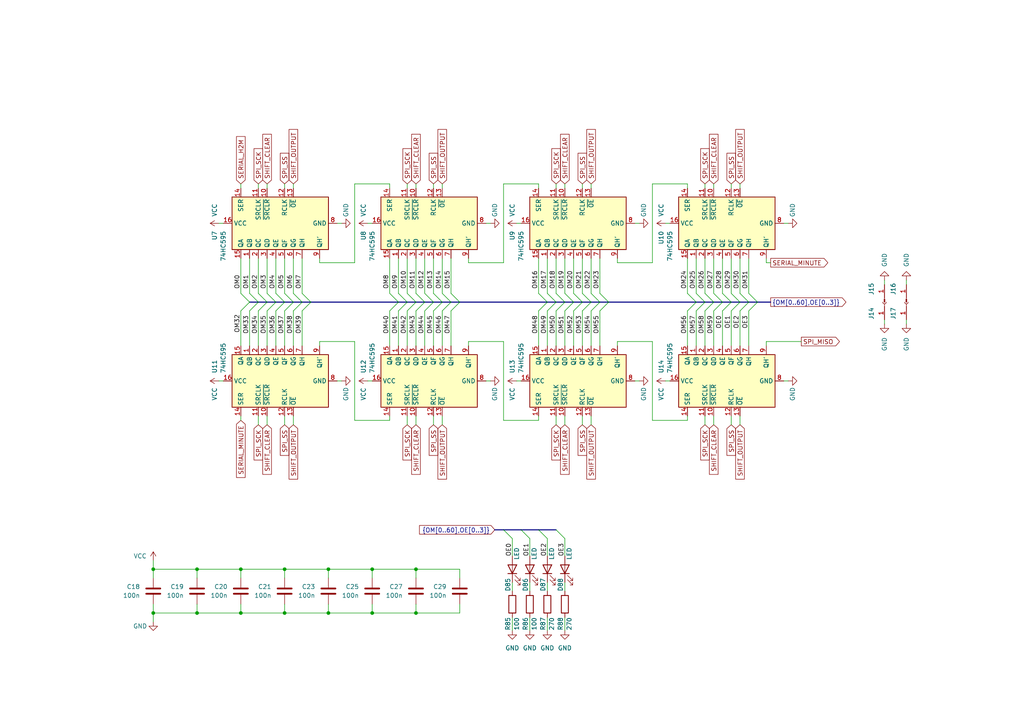
<source format=kicad_sch>
(kicad_sch (version 20230121) (generator eeschema)
  (paper "A4")
  (title_block (title "${acronym} - ${title}") (date "${date}") (rev "${revision}") (company "${company}") (comment 1 "${creator}") (comment 2 "${license}"))
  (lib_symbols
    (symbol "74xx:74HC595"
      (property "Reference" "U" (at -7.62 13.97 0))
      (property "Value" "74HC595" (at -7.62 -16.51 0))
      (symbol "74HC595_1_0"
        (pin tri_state line (at 10.16 7.62 180) (length 2.54) (name "QB") (number "1"))
        (pin input line (at -10.16 2.54 0) (length 2.54) (name "~{SRCLR}") (number "10"))
        (pin input line (at -10.16 5.08 0) (length 2.54) (name "SRCLK") (number "11"))
        (pin input line (at -10.16 -2.54 0) (length 2.54) (name "RCLK") (number "12"))
        (pin input line (at -10.16 -5.08 0) (length 2.54) (name "~{OE}") (number "13"))
        (pin input line (at -10.16 10.16 0) (length 2.54) (name "SER") (number "14"))
        (pin tri_state line (at 10.16 10.16 180) (length 2.54) (name "QA") (number "15"))
        (pin power_in line (at 0 15.24 270) (length 2.54) (name "VCC") (number "16"))
        (pin tri_state line (at 10.16 5.08 180) (length 2.54) (name "QC") (number "2"))
        (pin tri_state line (at 10.16 2.54 180) (length 2.54) (name "QD") (number "3"))
        (pin tri_state line (at 10.16 0 180) (length 2.54) (name "QE") (number "4"))
        (pin tri_state line (at 10.16 -2.54 180) (length 2.54) (name "QF") (number "5"))
        (pin tri_state line (at 10.16 -5.08 180) (length 2.54) (name "QG") (number "6"))
        (pin tri_state line (at 10.16 -7.62 180) (length 2.54) (name "QH") (number "7"))
        (pin power_in line (at 0 -17.78 90) (length 2.54) (name "GND") (number "8"))
        (pin output line (at 10.16 -12.7 180) (length 2.54) (name "QH'") (number "9"))
      )
      (symbol "74HC595_1_1"
        (rectangle (start -7.62 12.7) (end 7.62 -15.24) (stroke (width 0.254)) (fill (type background)))
      )
    )
    (symbol "Connector:Conn_01x01_Pin" (pin_names (offset 1.016) hide)
      (property "Reference" "J" (at 0 2.54 0))
      (property "Value" "Conn_01x01_Pin" (at 0 -2.54 0))
      (symbol "Conn_01x01_Pin_1_1"
        (polyline (pts (xy 1.27 0) (xy 0.8636 0)) (stroke (width 0.1524)))
        (rectangle (start 0.8636 0.127) (end 0 -0.127) (stroke (width 0.1524)) (fill (type outline)))
        (pin passive line (at 5.08 0 180) (length 3.81) (name "Pin_1") (number "1"))
      )
    )
    (symbol "Connector:Conn_01x01_Socket" (pin_names (offset 1.016) hide)
      (property "Reference" "J" (at 0 2.54 0))
      (property "Value" "Conn_01x01_Socket" (at 0 -2.54 0))
      (symbol "Conn_01x01_Socket_1_1"
        (polyline (pts (xy -1.27 0) (xy -0.508 0)) (stroke (width 0.1524)))
        (arc (start 0 0.508) (mid -0.5058 0) (end 0 -0.508) (stroke (width 0.1524)))
        (pin passive line (at -5.08 0 0) (length 3.81) (name "Pin_1") (number "1"))
      )
    )
    (symbol "Device:C" (pin_numbers hide) (pin_names (offset 0.254))
      (property "Reference" "C" (at 0.635 2.54 0))
      (property "Value" "C" (at 0.635 -2.54 0))
      (symbol "C_0_1"
        (polyline (pts (xy -2.032 -0.762) (xy 2.032 -0.762)) (stroke (width 0.508)))
        (polyline (pts (xy -2.032 0.762) (xy 2.032 0.762)) (stroke (width 0.508)))
      )
      (symbol "C_1_1"
        (pin passive line (at 0 3.81 270) (length 2.794) (name "~") (number "1"))
        (pin passive line (at 0 -3.81 90) (length 2.794) (name "~") (number "2"))
      )
    )
    (symbol "Device:LED" (pin_numbers hide) (pin_names (offset 1.016) hide)
      (property "Reference" "D" (at 0 2.54 0))
      (property "Value" "LED" (at 0 -2.54 0))
      (symbol "LED_0_1"
        (polyline (pts (xy -1.27 -1.27) (xy -1.27 1.27)) (stroke (width 0.254)))
        (polyline (pts (xy -1.27 0) (xy 1.27 0)))
        (polyline (pts (xy 1.27 -1.27) (xy 1.27 1.27) (xy -1.27 0) (xy 1.27 -1.27)) (stroke (width 0.254)))
        (polyline (pts (xy -3.048 -0.762) (xy -4.572 -2.286) (xy -3.81 -2.286) (xy -4.572 -2.286) (xy -4.572 -1.524)))
        (polyline (pts (xy -1.778 -0.762) (xy -3.302 -2.286) (xy -2.54 -2.286) (xy -3.302 -2.286) (xy -3.302 -1.524)))
      )
      (symbol "LED_1_1"
        (pin passive line (at -3.81 0 0) (length 2.54) (name "K") (number "1"))
        (pin passive line (at 3.81 0 180) (length 2.54) (name "A") (number "2"))
      )
    )
    (symbol "Device:R" (pin_numbers hide) (pin_names (offset 0))
      (property "Reference" "R" (at 2.032 0 90))
      (property "Value" "R" (at 0 0 90))
      (symbol "R_0_1"
        (rectangle (start -1.016 -2.54) (end 1.016 2.54) (stroke (width 0.254)))
      )
      (symbol "R_1_1"
        (pin passive line (at 0 3.81 270) (length 1.27) (name "~") (number "1"))
        (pin passive line (at 0 -3.81 90) (length 1.27) (name "~") (number "2"))
      )
    )
    (symbol "power:GND" (power) (pin_names (offset 0))
      (property "Value" "GND" (at 0 -3.81 0))
      (symbol "GND_0_1"
        (polyline (pts (xy 0 0) (xy 0 -1.27) (xy 1.27 -1.27) (xy 0 -2.54) (xy -1.27 -1.27) (xy 0 -1.27)))
      )
      (symbol "GND_1_1"
        (pin power_in line (at 0 0 270) (length 0) hide (name "GND") (number "1"))
      )
    )
    (symbol "power:VCC" (power) (pin_names (offset 0))
      (property "Value" "VCC" (at 0 3.81 0))
      (symbol "VCC_0_1"
        (polyline (pts (xy -0.762 1.27) (xy 0 2.54)))
        (polyline (pts (xy 0 0) (xy 0 2.54)))
        (polyline (pts (xy 0 2.54) (xy 0.762 1.27)))
      )
      (symbol "VCC_1_1"
        (pin power_in line (at 0 0 90) (length 0) hide (name "VCC") (number "1"))
      )
    )
  )
  (junction (at 95.25 165.1))
  (junction (at 120.65 177.8))
  (junction (at 82.55 165.1))
  (junction (at 44.45 165.1))
  (junction (at 107.95 177.8))
  (junction (at 69.85 177.8))
  (junction (at 69.85 165.1))
  (junction (at 107.95 165.1))
  (junction (at 82.55 177.8))
  (junction (at 120.65 165.1))
  (junction (at 57.15 177.8))
  (junction (at 57.15 165.1))
  (junction (at 95.25 177.8))
  (junction (at 44.45 177.8))
  (bus_entry (at 199.39 85.09) (size 2.54 2.54))
  (bus_entry (at 161.29 90.17) (size 2.54 -2.54))
  (bus_entry (at 72.39 90.17) (size 2.54 -2.54))
  (bus_entry (at 80.01 90.17) (size 2.54 -2.54))
  (bus_entry (at 130.81 90.17) (size 2.54 -2.54))
  (bus_entry (at 171.45 90.17) (size 2.54 -2.54))
  (bus_entry (at 123.19 90.17) (size 2.54 -2.54))
  (bus_entry (at 158.75 85.09) (size 2.54 2.54))
  (bus_entry (at 168.91 85.09) (size 2.54 2.54))
  (bus_entry (at 156.21 90.17) (size 2.54 -2.54))
  (bus_entry (at 120.65 90.17) (size 2.54 -2.54))
  (bus_entry (at 207.01 90.17) (size 2.54 -2.54))
  (bus_entry (at 118.11 90.17) (size 2.54 -2.54))
  (bus_entry (at 118.11 85.09) (size 2.54 2.54))
  (bus_entry (at 115.57 90.17) (size 2.54 -2.54))
  (bus_entry (at 72.39 85.09) (size 2.54 2.54))
  (bus_entry (at 125.73 85.09) (size 2.54 2.54))
  (bus_entry (at 130.81 85.09) (size 2.54 2.54))
  (bus_entry (at 201.93 90.17) (size 2.54 -2.54))
  (bus_entry (at 125.73 90.17) (size 2.54 -2.54))
  (bus_entry (at 209.55 85.09) (size 2.54 2.54))
  (bus_entry (at 85.09 85.09) (size 2.54 2.54))
  (bus_entry (at 153.67 156.21) (size -2.54 -2.54))
  (bus_entry (at 113.03 85.09) (size 2.54 2.54))
  (bus_entry (at 161.29 85.09) (size 2.54 2.54))
  (bus_entry (at 82.55 90.17) (size 2.54 -2.54))
  (bus_entry (at 82.55 85.09) (size 2.54 2.54))
  (bus_entry (at 74.93 90.17) (size 2.54 -2.54))
  (bus_entry (at 199.39 90.17) (size 2.54 -2.54))
  (bus_entry (at 74.93 85.09) (size 2.54 2.54))
  (bus_entry (at 77.47 90.17) (size 2.54 -2.54))
  (bus_entry (at 173.99 90.17) (size 2.54 -2.54))
  (bus_entry (at 113.03 90.17) (size 2.54 -2.54))
  (bus_entry (at 217.17 85.09) (size 2.54 2.54))
  (bus_entry (at 156.21 85.09) (size 2.54 2.54))
  (bus_entry (at 163.83 90.17) (size 2.54 -2.54))
  (bus_entry (at 201.93 85.09) (size 2.54 2.54))
  (bus_entry (at 209.55 90.17) (size 2.54 -2.54))
  (bus_entry (at 77.47 85.09) (size 2.54 2.54))
  (bus_entry (at 204.47 85.09) (size 2.54 2.54))
  (bus_entry (at 214.63 90.17) (size 2.54 -2.54))
  (bus_entry (at 166.37 90.17) (size 2.54 -2.54))
  (bus_entry (at 87.63 90.17) (size 2.54 -2.54))
  (bus_entry (at 168.91 90.17) (size 2.54 -2.54))
  (bus_entry (at 163.83 156.21) (size -2.54 -2.54))
  (bus_entry (at 212.09 85.09) (size 2.54 2.54))
  (bus_entry (at 87.63 85.09) (size 2.54 2.54))
  (bus_entry (at 204.47 90.17) (size 2.54 -2.54))
  (bus_entry (at 120.65 85.09) (size 2.54 2.54))
  (bus_entry (at 166.37 85.09) (size 2.54 2.54))
  (bus_entry (at 123.19 85.09) (size 2.54 2.54))
  (bus_entry (at 173.99 85.09) (size 2.54 2.54))
  (bus_entry (at 128.27 85.09) (size 2.54 2.54))
  (bus_entry (at 212.09 90.17) (size 2.54 -2.54))
  (bus_entry (at 163.83 85.09) (size 2.54 2.54))
  (bus_entry (at 69.85 85.09) (size 2.54 2.54))
  (bus_entry (at 171.45 85.09) (size 2.54 2.54))
  (bus_entry (at 115.57 85.09) (size 2.54 2.54))
  (bus_entry (at 217.17 90.17) (size 2.54 -2.54))
  (bus_entry (at 80.01 85.09) (size 2.54 2.54))
  (bus_entry (at 207.01 85.09) (size 2.54 2.54))
  (bus_entry (at 85.09 90.17) (size 2.54 -2.54))
  (bus_entry (at 158.75 90.17) (size 2.54 -2.54))
  (bus_entry (at 214.63 85.09) (size 2.54 2.54))
  (bus_entry (at 128.27 90.17) (size 2.54 -2.54))
  (bus_entry (at 148.59 156.21) (size -2.54 -2.54))
  (bus_entry (at 158.75 156.21) (size -2.54 -2.54))
  (bus_entry (at 69.85 90.17) (size 2.54 -2.54))
  (wire (pts (xy 113.03 53.34) (xy 113.03 54.61)))
  (wire (pts (xy 82.55 123.19) (xy 82.55 120.65)))
  (wire (pts (xy 107.95 175.26) (xy 107.95 177.8)))
  (wire (pts (xy 44.45 165.1) (xy 44.45 167.64)))
  (wire (pts (xy 153.67 168.91) (xy 153.67 171.45)))
  (wire (pts (xy 123.19 90.17) (xy 123.19 100.33)))
  (wire (pts (xy 199.39 90.17) (xy 199.39 100.33)))
  (wire (pts (xy 171.45 53.34) (xy 171.45 54.61)))
  (wire (pts (xy 77.47 90.17) (xy 77.47 100.33)))
  (wire (pts (xy 107.95 165.1) (xy 107.95 167.64)))
  (wire (pts (xy 102.87 99.06) (xy 102.87 121.92)))
  (bus (pts (xy 143.51 153.67) (xy 146.05 153.67)))
  (wire (pts (xy 120.65 123.19) (xy 120.65 120.65)))
  (wire (pts (xy 113.03 74.93) (xy 113.03 85.09)))
  (wire (pts (xy 146.05 76.2) (xy 146.05 53.34)))
  (bus (pts (xy 80.01 87.63) (xy 82.55 87.63)))
  (bus (pts (xy 146.05 153.67) (xy 151.13 153.67)))
  (wire (pts (xy 120.65 165.1) (xy 107.95 165.1)))
  (wire (pts (xy 92.71 100.33) (xy 92.71 99.06)))
  (wire (pts (xy 140.97 110.49) (xy 142.24 110.49)))
  (wire (pts (xy 82.55 165.1) (xy 69.85 165.1)))
  (wire (pts (xy 92.71 76.2) (xy 102.87 76.2)))
  (wire (pts (xy 63.5 64.77) (xy 64.77 64.77)))
  (wire (pts (xy 118.11 123.19) (xy 118.11 120.65)))
  (wire (pts (xy 146.05 99.06) (xy 146.05 121.92)))
  (wire (pts (xy 95.25 175.26) (xy 95.25 177.8)))
  (bus (pts (xy 166.37 87.63) (xy 168.91 87.63)))
  (bus (pts (xy 115.57 87.63) (xy 118.11 87.63)))
  (wire (pts (xy 204.47 90.17) (xy 204.47 100.33)))
  (wire (pts (xy 199.39 53.34) (xy 199.39 54.61)))
  (wire (pts (xy 115.57 74.93) (xy 115.57 85.09)))
  (wire (pts (xy 95.25 165.1) (xy 82.55 165.1)))
  (wire (pts (xy 156.21 74.93) (xy 156.21 85.09)))
  (wire (pts (xy 69.85 53.34) (xy 69.85 54.61)))
  (wire (pts (xy 204.47 74.93) (xy 204.47 85.09)))
  (wire (pts (xy 173.99 74.93) (xy 173.99 85.09)))
  (wire (pts (xy 207.01 123.19) (xy 207.01 120.65)))
  (wire (pts (xy 166.37 74.93) (xy 166.37 85.09)))
  (wire (pts (xy 256.54 82.55) (xy 256.54 81.28)))
  (wire (pts (xy 209.55 74.93) (xy 209.55 85.09)))
  (wire (pts (xy 63.5 110.49) (xy 64.77 110.49)))
  (wire (pts (xy 125.73 90.17) (xy 125.73 100.33)))
  (wire (pts (xy 82.55 90.17) (xy 82.55 100.33)))
  (wire (pts (xy 130.81 74.93) (xy 130.81 85.09)))
  (wire (pts (xy 146.05 53.34) (xy 156.21 53.34)))
  (wire (pts (xy 158.75 74.93) (xy 158.75 85.09)))
  (wire (pts (xy 207.01 74.93) (xy 207.01 85.09)))
  (wire (pts (xy 212.09 53.34) (xy 212.09 54.61)))
  (wire (pts (xy 120.65 53.34) (xy 120.65 54.61)))
  (wire (pts (xy 148.59 179.07) (xy 148.59 182.88)))
  (wire (pts (xy 212.09 74.93) (xy 212.09 85.09)))
  (wire (pts (xy 118.11 74.93) (xy 118.11 85.09)))
  (wire (pts (xy 204.47 53.34) (xy 204.47 54.61)))
  (wire (pts (xy 106.68 110.49) (xy 107.95 110.49)))
  (bus (pts (xy 168.91 87.63) (xy 171.45 87.63)))
  (bus (pts (xy 133.35 87.63) (xy 158.75 87.63)))
  (wire (pts (xy 140.97 64.77) (xy 142.24 64.77)))
  (wire (pts (xy 87.63 74.93) (xy 87.63 85.09)))
  (wire (pts (xy 57.15 175.26) (xy 57.15 177.8)))
  (wire (pts (xy 168.91 123.19) (xy 168.91 120.65)))
  (bus (pts (xy 87.63 87.63) (xy 90.17 87.63)))
  (wire (pts (xy 130.81 90.17) (xy 130.81 100.33)))
  (wire (pts (xy 113.03 90.17) (xy 113.03 100.33)))
  (wire (pts (xy 115.57 90.17) (xy 115.57 100.33)))
  (wire (pts (xy 163.83 168.91) (xy 163.83 171.45)))
  (wire (pts (xy 135.89 76.2) (xy 146.05 76.2)))
  (wire (pts (xy 148.59 156.21) (xy 148.59 161.29)))
  (wire (pts (xy 161.29 123.19) (xy 161.29 120.65)))
  (wire (pts (xy 222.25 100.33) (xy 222.25 99.06)))
  (bus (pts (xy 90.17 87.63) (xy 115.57 87.63)))
  (wire (pts (xy 120.65 74.93) (xy 120.65 85.09)))
  (bus (pts (xy 201.93 87.63) (xy 204.47 87.63)))
  (bus (pts (xy 207.01 87.63) (xy 209.55 87.63)))
  (wire (pts (xy 201.93 90.17) (xy 201.93 100.33)))
  (wire (pts (xy 125.73 123.19) (xy 125.73 120.65)))
  (wire (pts (xy 82.55 177.8) (xy 95.25 177.8)))
  (wire (pts (xy 44.45 177.8) (xy 44.45 180.34)))
  (wire (pts (xy 158.75 168.91) (xy 158.75 171.45)))
  (bus (pts (xy 125.73 87.63) (xy 128.27 87.63)))
  (wire (pts (xy 222.25 74.93) (xy 222.25 76.2)))
  (wire (pts (xy 85.09 90.17) (xy 85.09 100.33)))
  (wire (pts (xy 69.85 120.65) (xy 69.85 121.92)))
  (wire (pts (xy 69.85 165.1) (xy 57.15 165.1)))
  (wire (pts (xy 153.67 156.21) (xy 153.67 161.29)))
  (wire (pts (xy 74.93 90.17) (xy 74.93 100.33)))
  (wire (pts (xy 82.55 177.8) (xy 69.85 177.8)))
  (wire (pts (xy 179.07 99.06) (xy 189.23 99.06)))
  (wire (pts (xy 97.79 110.49) (xy 99.06 110.49)))
  (wire (pts (xy 135.89 100.33) (xy 135.89 99.06)))
  (wire (pts (xy 97.79 64.77) (xy 99.06 64.77)))
  (bus (pts (xy 176.53 87.63) (xy 201.93 87.63)))
  (wire (pts (xy 128.27 123.19) (xy 128.27 120.65)))
  (wire (pts (xy 222.25 99.06) (xy 232.41 99.06)))
  (wire (pts (xy 106.68 64.77) (xy 107.95 64.77)))
  (wire (pts (xy 168.91 74.93) (xy 168.91 85.09)))
  (wire (pts (xy 166.37 90.17) (xy 166.37 100.33)))
  (wire (pts (xy 135.89 74.93) (xy 135.89 76.2)))
  (wire (pts (xy 118.11 53.34) (xy 118.11 54.61)))
  (wire (pts (xy 85.09 74.93) (xy 85.09 85.09)))
  (wire (pts (xy 179.07 100.33) (xy 179.07 99.06)))
  (wire (pts (xy 69.85 74.93) (xy 69.85 85.09)))
  (wire (pts (xy 193.04 110.49) (xy 194.31 110.49)))
  (wire (pts (xy 163.83 179.07) (xy 163.83 182.88)))
  (wire (pts (xy 214.63 74.93) (xy 214.63 85.09)))
  (wire (pts (xy 74.93 74.93) (xy 74.93 85.09)))
  (wire (pts (xy 82.55 165.1) (xy 82.55 167.64)))
  (wire (pts (xy 163.83 156.21) (xy 163.83 161.29)))
  (wire (pts (xy 217.17 90.17) (xy 217.17 100.33)))
  (wire (pts (xy 85.09 123.19) (xy 85.09 120.65)))
  (wire (pts (xy 204.47 123.19) (xy 204.47 120.65)))
  (wire (pts (xy 44.45 177.8) (xy 57.15 177.8)))
  (wire (pts (xy 82.55 175.26) (xy 82.55 177.8)))
  (wire (pts (xy 133.35 167.64) (xy 133.35 165.1)))
  (bus (pts (xy 85.09 87.63) (xy 87.63 87.63)))
  (bus (pts (xy 72.39 87.63) (xy 74.93 87.63)))
  (bus (pts (xy 74.93 87.63) (xy 77.47 87.63)))
  (wire (pts (xy 133.35 175.26) (xy 133.35 177.8)))
  (wire (pts (xy 87.63 90.17) (xy 87.63 100.33)))
  (wire (pts (xy 120.65 177.8) (xy 133.35 177.8)))
  (wire (pts (xy 201.93 74.93) (xy 201.93 85.09)))
  (wire (pts (xy 72.39 90.17) (xy 72.39 100.33)))
  (bus (pts (xy 123.19 87.63) (xy 125.73 87.63)))
  (wire (pts (xy 184.15 64.77) (xy 185.42 64.77)))
  (wire (pts (xy 74.93 123.19) (xy 74.93 120.65)))
  (bus (pts (xy 120.65 87.63) (xy 123.19 87.63)))
  (wire (pts (xy 95.25 177.8) (xy 107.95 177.8)))
  (wire (pts (xy 125.73 74.93) (xy 125.73 85.09)))
  (wire (pts (xy 77.47 123.19) (xy 77.47 120.65)))
  (wire (pts (xy 146.05 121.92) (xy 156.21 121.92)))
  (wire (pts (xy 120.65 175.26) (xy 120.65 177.8)))
  (wire (pts (xy 156.21 121.92) (xy 156.21 120.65)))
  (wire (pts (xy 123.19 74.93) (xy 123.19 85.09)))
  (bus (pts (xy 158.75 87.63) (xy 161.29 87.63)))
  (wire (pts (xy 171.45 74.93) (xy 171.45 85.09)))
  (wire (pts (xy 128.27 53.34) (xy 128.27 54.61)))
  (wire (pts (xy 158.75 179.07) (xy 158.75 182.88)))
  (wire (pts (xy 72.39 74.93) (xy 72.39 85.09)))
  (wire (pts (xy 120.65 90.17) (xy 120.65 100.33)))
  (wire (pts (xy 189.23 121.92) (xy 199.39 121.92)))
  (bus (pts (xy 171.45 87.63) (xy 173.99 87.63)))
  (wire (pts (xy 163.83 90.17) (xy 163.83 100.33)))
  (wire (pts (xy 107.95 165.1) (xy 95.25 165.1)))
  (bus (pts (xy 214.63 87.63) (xy 217.17 87.63)))
  (bus (pts (xy 212.09 87.63) (xy 214.63 87.63)))
  (bus (pts (xy 217.17 87.63) (xy 219.71 87.63)))
  (wire (pts (xy 199.39 121.92) (xy 199.39 120.65)))
  (bus (pts (xy 204.47 87.63) (xy 207.01 87.63)))
  (wire (pts (xy 212.09 123.19) (xy 212.09 120.65)))
  (wire (pts (xy 214.63 90.17) (xy 214.63 100.33)))
  (wire (pts (xy 80.01 90.17) (xy 80.01 100.33)))
  (wire (pts (xy 209.55 90.17) (xy 209.55 100.33)))
  (wire (pts (xy 44.45 162.56) (xy 44.45 165.1)))
  (wire (pts (xy 173.99 90.17) (xy 173.99 100.33)))
  (wire (pts (xy 217.17 74.93) (xy 217.17 85.09)))
  (wire (pts (xy 168.91 53.34) (xy 168.91 54.61)))
  (wire (pts (xy 77.47 74.93) (xy 77.47 85.09)))
  (bus (pts (xy 77.47 87.63) (xy 80.01 87.63)))
  (wire (pts (xy 161.29 90.17) (xy 161.29 100.33)))
  (wire (pts (xy 149.86 110.49) (xy 151.13 110.49)))
  (wire (pts (xy 77.47 53.34) (xy 77.47 54.61)))
  (wire (pts (xy 262.89 93.98) (xy 262.89 92.71)))
  (wire (pts (xy 161.29 74.93) (xy 161.29 85.09)))
  (wire (pts (xy 207.01 90.17) (xy 207.01 100.33)))
  (wire (pts (xy 85.09 53.34) (xy 85.09 54.61)))
  (wire (pts (xy 158.75 156.21) (xy 158.75 161.29)))
  (wire (pts (xy 156.21 90.17) (xy 156.21 100.33)))
  (wire (pts (xy 95.25 165.1) (xy 95.25 167.64)))
  (wire (pts (xy 133.35 165.1) (xy 120.65 165.1)))
  (bus (pts (xy 219.71 87.63) (xy 223.52 87.63)))
  (wire (pts (xy 128.27 90.17) (xy 128.27 100.33)))
  (wire (pts (xy 199.39 74.93) (xy 199.39 85.09)))
  (wire (pts (xy 82.55 74.93) (xy 82.55 85.09)))
  (bus (pts (xy 118.11 87.63) (xy 120.65 87.63)))
  (wire (pts (xy 92.71 74.93) (xy 92.71 76.2)))
  (wire (pts (xy 156.21 53.34) (xy 156.21 54.61)))
  (wire (pts (xy 227.33 64.77) (xy 228.6 64.77)))
  (wire (pts (xy 102.87 76.2) (xy 102.87 53.34)))
  (wire (pts (xy 179.07 76.2) (xy 189.23 76.2)))
  (wire (pts (xy 189.23 99.06) (xy 189.23 121.92)))
  (wire (pts (xy 135.89 99.06) (xy 146.05 99.06)))
  (wire (pts (xy 107.95 177.8) (xy 120.65 177.8)))
  (bus (pts (xy 161.29 87.63) (xy 163.83 87.63)))
  (wire (pts (xy 171.45 123.19) (xy 171.45 120.65)))
  (bus (pts (xy 209.55 87.63) (xy 212.09 87.63)))
  (wire (pts (xy 57.15 167.64) (xy 57.15 165.1)))
  (bus (pts (xy 128.27 87.63) (xy 130.81 87.63)))
  (wire (pts (xy 163.83 123.19) (xy 163.83 120.65)))
  (wire (pts (xy 212.09 90.17) (xy 212.09 100.33)))
  (wire (pts (xy 193.04 64.77) (xy 194.31 64.77)))
  (wire (pts (xy 189.23 53.34) (xy 199.39 53.34)))
  (wire (pts (xy 168.91 90.17) (xy 168.91 100.33)))
  (bus (pts (xy 173.99 87.63) (xy 176.53 87.63)))
  (wire (pts (xy 171.45 90.17) (xy 171.45 100.33)))
  (bus (pts (xy 156.21 153.67) (xy 161.29 153.67)))
  (wire (pts (xy 158.75 90.17) (xy 158.75 100.33)))
  (wire (pts (xy 148.59 168.91) (xy 148.59 171.45)))
  (wire (pts (xy 179.07 74.93) (xy 179.07 76.2)))
  (wire (pts (xy 214.63 123.19) (xy 214.63 120.65)))
  (bus (pts (xy 82.55 87.63) (xy 85.09 87.63)))
  (wire (pts (xy 262.89 82.55) (xy 262.89 81.28)))
  (wire (pts (xy 80.01 74.93) (xy 80.01 85.09)))
  (wire (pts (xy 163.83 74.93) (xy 163.83 85.09)))
  (wire (pts (xy 118.11 90.17) (xy 118.11 100.33)))
  (wire (pts (xy 44.45 175.26) (xy 44.45 177.8)))
  (wire (pts (xy 74.93 53.34) (xy 74.93 54.61)))
  (wire (pts (xy 153.67 179.07) (xy 153.67 182.88)))
  (wire (pts (xy 69.85 167.64) (xy 69.85 165.1)))
  (wire (pts (xy 82.55 53.34) (xy 82.55 54.61)))
  (bus (pts (xy 130.81 87.63) (xy 133.35 87.63)))
  (wire (pts (xy 69.85 90.17) (xy 69.85 100.33)))
  (bus (pts (xy 151.13 153.67) (xy 156.21 153.67)))
  (wire (pts (xy 256.54 93.98) (xy 256.54 92.71)))
  (wire (pts (xy 184.15 110.49) (xy 185.42 110.49)))
  (wire (pts (xy 69.85 175.26) (xy 69.85 177.8)))
  (wire (pts (xy 102.87 121.92) (xy 113.03 121.92)))
  (wire (pts (xy 113.03 121.92) (xy 113.03 120.65)))
  (wire (pts (xy 207.01 53.34) (xy 207.01 54.61)))
  (wire (pts (xy 163.83 53.34) (xy 163.83 54.61)))
  (wire (pts (xy 161.29 53.34) (xy 161.29 54.61)))
  (bus (pts (xy 163.83 87.63) (xy 166.37 87.63)))
  (wire (pts (xy 227.33 110.49) (xy 228.6 110.49)))
  (wire (pts (xy 214.63 53.34) (xy 214.63 54.61)))
  (wire (pts (xy 125.73 53.34) (xy 125.73 54.61)))
  (wire (pts (xy 69.85 177.8) (xy 57.15 177.8)))
  (wire (pts (xy 120.65 165.1) (xy 120.65 167.64)))
  (wire (pts (xy 149.86 64.77) (xy 151.13 64.77)))
  (wire (pts (xy 222.25 76.2) (xy 223.52 76.2)))
  (wire (pts (xy 92.71 99.06) (xy 102.87 99.06)))
  (wire (pts (xy 128.27 74.93) (xy 128.27 85.09)))
  (wire (pts (xy 57.15 165.1) (xy 44.45 165.1)))
  (wire (pts (xy 102.87 53.34) (xy 113.03 53.34)))
  (wire (pts (xy 189.23 76.2) (xy 189.23 53.34)))
  (label "OM56" (at 199.39 91.44 270))
  (label "OM41" (at 115.57 91.44 270))
  (label "OM50" (at 161.29 91.44 270))
  (label "OM52" (at 166.37 91.44 270))
  (label "OM10" (at 118.11 83.82 90))
  (label "OM5" (at 82.55 83.82 90))
  (label "OM30" (at 214.63 83.82 90))
  (label "OM39" (at 87.63 91.44 270))
  (label "OM44" (at 123.19 91.44 270))
  (label "OM47" (at 130.81 91.44 270))
  (label "OM37" (at 82.55 91.44 270))
  (label "OM57" (at 201.93 91.44 270))
  (label "OM48" (at 156.21 91.44 270))
  (label "OM22" (at 171.45 83.82 90))
  (label "OM20" (at 166.37 83.82 90))
  (label "OE1" (at 212.09 91.44 270))
  (label "OM24" (at 199.39 83.82 90))
  (label "OM33" (at 72.39 91.44 270))
  (label "OM49" (at 158.75 91.44 270))
  (label "OE3" (at 163.83 157.48 270))
  (label "OM3" (at 77.47 83.82 90))
  (label "OE2" (at 158.75 157.48 270))
  (label "OM55" (at 173.99 91.44 270))
  (label "OM43" (at 120.65 91.44 270))
  (label "OM12" (at 123.19 83.82 90))
  (label "OM0" (at 69.85 83.82 90))
  (label "OM32" (at 69.85 96.52 90))
  (label "OM2" (at 74.93 83.82 90))
  (label "OM40" (at 113.03 91.44 270))
  (label "OM59" (at 207.01 91.44 270))
  (label "OE3" (at 217.17 91.44 270))
  (label "OM28" (at 209.55 83.82 90))
  (label "OM11" (at 120.65 83.82 90))
  (label "OM1" (at 72.39 83.82 90))
  (label "OM31" (at 217.17 83.82 90))
  (label "OE2" (at 214.63 91.44 270))
  (label "OM8" (at 113.03 83.82 90))
  (label "OE0" (at 148.59 157.48 270))
  (label "OM18" (at 161.29 83.82 90))
  (label "OM6" (at 85.09 83.82 90))
  (label "OM15" (at 130.81 83.82 90))
  (label "OM27" (at 207.01 83.82 90))
  (label "OM7" (at 87.63 83.82 90))
  (label "OE1" (at 153.67 157.48 270))
  (label "OM21" (at 168.91 83.82 90))
  (label "OE0" (at 209.55 91.44 270))
  (label "OM45" (at 125.73 91.44 270))
  (label "OM25" (at 201.93 83.82 90))
  (label "OM34" (at 74.93 91.44 270))
  (label "OM26" (at 204.47 83.82 90))
  (label "OM42" (at 118.11 91.44 270))
  (label "OM54" (at 171.45 91.44 270))
  (label "OM23" (at 173.99 83.82 90))
  (label "OM13" (at 125.73 83.82 90))
  (label "OM53" (at 168.91 91.44 270))
  (label "OM19" (at 163.83 83.82 90))
  (label "OM29" (at 212.09 83.82 90))
  (label "OM38" (at 85.09 91.44 270))
  (label "OM4" (at 80.01 83.82 90))
  (label "OM35" (at 77.47 91.44 270))
  (label "OM14" (at 128.27 83.82 90))
  (label "OM46" (at 128.27 91.44 270))
  (label "OM9" (at 115.57 83.82 90))
  (label "OM17" (at 158.75 83.82 90))
  (label "OM51" (at 163.83 91.44 270))
  (label "OM58" (at 204.47 91.44 270))
  (label "OM16" (at 156.21 83.82 90))
  (label "OM36" (at 80.01 91.44 270))
  (global_label "SPI_SCK" (shape input) (at 161.29 123.19 270) (property "Intersheetrefs" "${INTERSHEET_REFS}" (effects hide)))
  (global_label "SPI_SCK" (shape input) (at 161.29 53.34 90) (property "Intersheetrefs" "${INTERSHEET_REFS}" (effects hide)))
  (global_label "SHIFT_CLEAR" (shape input) (at 207.01 53.34 90) (property "Intersheetrefs" "${INTERSHEET_REFS}" (effects hide)))
  (global_label "{OM[0..60],OE[0..3]}" (shape input) (at 143.51 153.67 180) (property "Intersheetrefs" "${INTERSHEET_REFS}" (effects hide)))
  (global_label "SHIFT_OUTPUT" (shape input) (at 128.27 53.34 90) (property "Intersheetrefs" "${INTERSHEET_REFS}" (effects hide)))
  (global_label "SPI_SCK" (shape input) (at 74.93 53.34 90) (property "Intersheetrefs" "${INTERSHEET_REFS}" (effects hide)))
  (global_label "SPI_SCK" (shape input) (at 204.47 53.34 90) (property "Intersheetrefs" "${INTERSHEET_REFS}" (effects hide)))
  (global_label "SPI_SS" (shape input) (at 168.91 53.34 90) (property "Intersheetrefs" "${INTERSHEET_REFS}" (effects hide)))
  (global_label "SHIFT_CLEAR" (shape input) (at 120.65 123.19 270) (property "Intersheetrefs" "${INTERSHEET_REFS}" (effects hide)))
  (global_label "SPI_SS" (shape input) (at 82.55 123.19 270) (property "Intersheetrefs" "${INTERSHEET_REFS}" (effects hide)))
  (global_label "SHIFT_OUTPUT" (shape input) (at 128.27 123.19 270) (property "Intersheetrefs" "${INTERSHEET_REFS}" (effects hide)))
  (global_label "SERIAL_MINUTE" (shape input) (at 69.85 121.92 270) (property "Intersheetrefs" "${INTERSHEET_REFS}" (effects hide)))
  (global_label "SHIFT_CLEAR" (shape input) (at 120.65 53.34 90) (property "Intersheetrefs" "${INTERSHEET_REFS}" (effects hide)))
  (global_label "SPI_SCK" (shape input) (at 118.11 123.19 270) (property "Intersheetrefs" "${INTERSHEET_REFS}" (effects hide)))
  (global_label "SHIFT_OUTPUT" (shape input) (at 214.63 53.34 90) (property "Intersheetrefs" "${INTERSHEET_REFS}" (effects hide)))
  (global_label "SERIAL_MINUTE" (shape output) (at 223.52 76.2 0) (property "Intersheetrefs" "${INTERSHEET_REFS}" (effects hide)))
  (global_label "SERIAL_H2M" (shape input) (at 69.85 53.34 90) (property "Intersheetrefs" "${INTERSHEET_REFS}" (effects hide)))
  (global_label "SHIFT_CLEAR" (shape input) (at 77.47 53.34 90) (property "Intersheetrefs" "${INTERSHEET_REFS}" (effects hide)))
  (global_label "SPI_SS" (shape input) (at 168.91 123.19 270) (property "Intersheetrefs" "${INTERSHEET_REFS}" (effects hide)))
  (global_label "SPI_SS" (shape input) (at 125.73 53.34 90) (property "Intersheetrefs" "${INTERSHEET_REFS}" (effects hide)))
  (global_label "SPI_MISO" (shape output) (at 232.41 99.06 0) (property "Intersheetrefs" "${INTERSHEET_REFS}" (effects hide)))
  (global_label "SHIFT_CLEAR" (shape input) (at 207.01 123.19 270) (property "Intersheetrefs" "${INTERSHEET_REFS}" (effects hide)))
  (global_label "SHIFT_OUTPUT" (shape input) (at 85.09 53.34 90) (property "Intersheetrefs" "${INTERSHEET_REFS}" (effects hide)))
  (global_label "SHIFT_CLEAR" (shape input) (at 77.47 123.19 270) (property "Intersheetrefs" "${INTERSHEET_REFS}" (effects hide)))
  (global_label "SPI_SCK" (shape input) (at 204.47 123.19 270) (property "Intersheetrefs" "${INTERSHEET_REFS}" (effects hide)))
  (global_label "{OM[0..60],OE[0..3]}" (shape output) (at 223.52 87.63 0) (property "Intersheetrefs" "${INTERSHEET_REFS}" (effects hide)))
  (global_label "SHIFT_OUTPUT" (shape input) (at 171.45 123.19 270) (property "Intersheetrefs" "${INTERSHEET_REFS}" (effects hide)))
  (global_label "SPI_SCK" (shape input) (at 74.93 123.19 270) (property "Intersheetrefs" "${INTERSHEET_REFS}" (effects hide)))
  (global_label "SHIFT_OUTPUT" (shape input) (at 214.63 123.19 270) (property "Intersheetrefs" "${INTERSHEET_REFS}" (effects hide)))
  (global_label "SHIFT_OUTPUT" (shape input) (at 171.45 53.34 90) (property "Intersheetrefs" "${INTERSHEET_REFS}" (effects hide)))
  (global_label "SPI_SS" (shape input) (at 212.09 53.34 90) (property "Intersheetrefs" "${INTERSHEET_REFS}" (effects hide)))
  (global_label "SHIFT_OUTPUT" (shape input) (at 85.09 123.19 270) (property "Intersheetrefs" "${INTERSHEET_REFS}" (effects hide)))
  (global_label "SPI_SS" (shape input) (at 125.73 123.19 270) (property "Intersheetrefs" "${INTERSHEET_REFS}" (effects hide)))
  (global_label "SHIFT_CLEAR" (shape input) (at 163.83 53.34 90) (property "Intersheetrefs" "${INTERSHEET_REFS}" (effects hide)))
  (global_label "SPI_SS" (shape input) (at 82.55 53.34 90) (property "Intersheetrefs" "${INTERSHEET_REFS}" (effects hide)))
  (global_label "SHIFT_CLEAR" (shape input) (at 163.83 123.19 270) (property "Intersheetrefs" "${INTERSHEET_REFS}" (effects hide)))
  (global_label "SPI_SS" (shape input) (at 212.09 123.19 270) (property "Intersheetrefs" "${INTERSHEET_REFS}" (effects hide)))
  (global_label "SPI_SCK" (shape input) (at 118.11 53.34 90) (property "Intersheetrefs" "${INTERSHEET_REFS}" (effects hide)))
  (symbol (lib_id "power:VCC") (at 63.5 110.49 90) (unit 1)
    (property "Reference" "#PWR0143" (effects hide))
    (property "Value" "VCC" (at 62.23 114.3 0))
  )
  (symbol (lib_id "74xx:74HC595") (at 80.01 110.49 90) (unit 1)
    (property "Reference" "U11" (at 62.23 108.2959 0) (effects (justify left)))
    (property "Value" "74HC595" (at 64.77 108.2959 0) (effects (justify left)))
    (property "Footprint" "Package_SO:SOIC-16W_5.3x10.2mm_P1.27mm" (effects hide))
    (property "Datasheet" "http://www.ti.com/lit/ds/symlink/sn74hc595.pdf" (effects hide))
    (property "Hersteller" "DigiKey" (effects hide))
    (property "Nummer" "296-26485-1-ND" (effects hide))
  )
  (symbol (lib_id "Device:C") (at 57.15 171.45 0) (unit 1)
    (property "Reference" "C19" (at 53.34 170.18 0) (effects (justify right)))
    (property "Value" "100n" (at 53.34 172.72 0) (effects (justify right)))
    (property "Footprint" "Capacitor_SMD:C_1206_3216Metric" (effects hide))
    (property "Hersteller" "HTL" (effects hide))
    (property "Nummer" "100128" (effects hide))
  )
  (symbol (lib_id "power:GND") (at 228.6 110.49 90) (unit 1)
    (property "Reference" "#PWR0150" (effects hide))
    (property "Value" "GND" (at 229.87 114.3 0))
  )
  (symbol (lib_id "power:VCC") (at 44.45 162.56 0) (unit 1)
    (property "Reference" "#PWR0153" (effects hide))
    (property "Value" "VCC" (at 40.64 161.29 0))
  )
  (symbol (lib_id "power:VCC") (at 193.04 64.77 90) (mirror x) (unit 1)
    (property "Reference" "#PWR0141" (effects hide))
    (property "Value" "VCC" (at 191.77 60.96 0))
  )
  (symbol (lib_id "Connector:Conn_01x01_Socket") (at 256.54 87.63 90) (unit 1)
    (property "Reference" "J14" (at 252.73 92.71 0) (effects (justify left)))
    (property "Value" "Conn_01x01_Socket" (effects hide))
    (property "Footprint" "Connector_PinSocket_2.54mm:PinSocket_1x01_P2.54mm_Vertical" (effects hide))
    (property "Hersteller" "HTL" (effects hide))
    (property "Nummer" "101546" (effects hide))
  )
  (symbol (lib_id "power:VCC") (at 193.04 110.49 90) (unit 1)
    (property "Reference" "#PWR0149" (effects hide))
    (property "Value" "VCC" (at 191.77 114.3 0))
  )
  (symbol (lib_id "power:GND") (at 99.06 64.77 90) (mirror x) (unit 1)
    (property "Reference" "#PWR0136" (effects hide))
    (property "Value" "GND" (at 100.33 60.96 0))
  )
  (symbol (lib_id "power:GND") (at 185.42 110.49 90) (unit 1)
    (property "Reference" "#PWR0148" (effects hide))
    (property "Value" "GND" (at 186.69 114.3 0))
  )
  (symbol (lib_id "power:GND") (at 99.06 110.49 90) (unit 1)
    (property "Reference" "#PWR0144" (effects hide))
    (property "Value" "GND" (at 100.33 114.3 0))
  )
  (symbol (lib_id "power:VCC") (at 106.68 110.49 90) (unit 1)
    (property "Reference" "#PWR0145" (effects hide))
    (property "Value" "VCC" (at 105.41 114.3 0))
  )
  (symbol (lib_id "74xx:74HC595") (at 80.01 64.77 90) (mirror x) (unit 1)
    (property "Reference" "U7" (at 62.23 66.9641 0) (effects (justify left)))
    (property "Value" "74HC595" (at 64.77 66.9641 0) (effects (justify left)))
    (property "Footprint" "Package_SO:SOIC-16W_5.3x10.2mm_P1.27mm" (effects hide))
    (property "Datasheet" "http://www.ti.com/lit/ds/symlink/sn74hc595.pdf" (effects hide))
    (property "Hersteller" "DigiKey" (effects hide))
    (property "Nummer" "296-26485-1-ND" (effects hide))
  )
  (symbol (lib_id "power:VCC") (at 149.86 64.77 90) (mirror x) (unit 1)
    (property "Reference" "#PWR0139" (effects hide))
    (property "Value" "VCC" (at 148.59 60.96 0))
  )
  (symbol (lib_id "Device:C") (at 133.35 171.45 0) (unit 1)
    (property "Reference" "C29" (at 129.54 170.18 0) (effects (justify right)))
    (property "Value" "100n" (at 129.54 172.72 0) (effects (justify right)))
    (property "Footprint" "Capacitor_SMD:C_1206_3216Metric" (effects hide))
    (property "Hersteller" "HTL" (effects hide))
    (property "Nummer" "100128" (effects hide))
  )
  (symbol (lib_id "Connector:Conn_01x01_Pin") (at 262.89 87.63 90) (unit 1)
    (property "Reference" "J16" (at 259.08 83.82 0))
    (property "Value" "Conn_01x01_Pin" (effects hide))
    (property "Footprint" "Connector_PinHeader_2.54mm:PinHeader_1x01_P2.54mm_Vertical" (effects hide))
    (property "Hersteller" "HTL" (effects hide))
    (property "Nummer" "101521" (effects hide))
  )
  (symbol (lib_id "power:VCC") (at 149.86 110.49 90) (unit 1)
    (property "Reference" "#PWR0147" (effects hide))
    (property "Value" "VCC" (at 148.59 114.3 0))
  )
  (symbol (lib_id "power:GND") (at 148.59 182.88 0) (unit 1)
    (property "Reference" "#PWR085" (effects hide))
    (property "Value" "GND" (at 148.59 187.96 0))
  )
  (symbol (lib_id "power:GND") (at 228.6 64.77 90) (mirror x) (unit 1)
    (property "Reference" "#PWR0142" (effects hide))
    (property "Value" "GND" (at 229.87 60.96 0))
  )
  (symbol (lib_id "power:GND") (at 163.83 182.88 0) (unit 1)
    (property "Reference" "#PWR088" (effects hide))
    (property "Value" "GND" (at 163.83 187.96 0))
  )
  (symbol (lib_id "74xx:74HC595") (at 123.19 110.49 90) (unit 1)
    (property "Reference" "U12" (at 105.41 108.2959 0) (effects (justify left)))
    (property "Value" "74HC595" (at 107.95 108.2959 0) (effects (justify left)))
    (property "Footprint" "Package_SO:SOIC-16W_5.3x10.2mm_P1.27mm" (effects hide))
    (property "Datasheet" "http://www.ti.com/lit/ds/symlink/sn74hc595.pdf" (effects hide))
    (property "Hersteller" "DigiKey" (effects hide))
    (property "Nummer" "296-26485-1-ND" (effects hide))
  )
  (symbol (lib_id "power:VCC") (at 63.5 64.77 90) (mirror x) (unit 1)
    (property "Reference" "#PWR0135" (effects hide))
    (property "Value" "VCC" (at 62.23 60.96 0))
  )
  (symbol (lib_id "Device:R") (at 148.59 175.26 0) (unit 1)
    (property "Reference" "R85" (at 147.32 182.88 90) (effects (justify left)))
    (property "Value" "100" (at 149.86 182.88 90) (effects (justify left)))
    (property "Footprint" "Resistor_SMD:R_0603_1608Metric" (effects hide))
    (property "Hersteller" "HTL" (effects hide))
    (property "Nummer" "103164" (effects hide))
  )
  (symbol (lib_id "power:GND") (at 153.67 182.88 0) (unit 1)
    (property "Reference" "#PWR086" (effects hide))
    (property "Value" "GND" (at 153.67 187.96 0))
  )
  (symbol (lib_id "74xx:74HC595") (at 209.55 110.49 90) (unit 1)
    (property "Reference" "U14" (at 191.77 108.2959 0) (effects (justify left)))
    (property "Value" "74HC595" (at 194.31 108.2959 0) (effects (justify left)))
    (property "Footprint" "Package_SO:SOIC-16W_5.3x10.2mm_P1.27mm" (effects hide))
    (property "Datasheet" "http://www.ti.com/lit/ds/symlink/sn74hc595.pdf" (effects hide))
    (property "Hersteller" "DigiKey" (effects hide))
    (property "Nummer" "296-26485-1-ND" (effects hide))
  )
  (symbol (lib_id "Device:R") (at 153.67 175.26 0) (unit 1)
    (property "Reference" "R86" (at 152.4 182.88 90) (effects (justify left)))
    (property "Value" "100" (at 154.94 182.88 90) (effects (justify left)))
    (property "Footprint" "Resistor_SMD:R_0603_1608Metric" (effects hide))
    (property "Hersteller" "HTL" (effects hide))
    (property "Nummer" "103164" (effects hide))
  )
  (symbol (lib_id "Device:LED") (at 163.83 165.1 90) (unit 1)
    (property "Reference" "D88" (at 162.56 167.64 0) (effects (justify right)))
    (property "Value" "LED" (at 165.1 158.75 0) (effects (justify right)))
    (property "Footprint" "LED_SMD:LED_0603_1608Metric" (effects hide))
    (property "Hersteller" "DigiKey" (effects hide))
    (property "Nummer" "160-1830-1-ND, 160-1828-1-ND, 4 x 160-1827-1-ND" (effects hide))
  )
  (symbol (lib_id "Device:LED") (at 153.67 165.1 90) (unit 1)
    (property "Reference" "D86" (at 152.4 167.64 0) (effects (justify right)))
    (property "Value" "LED" (at 154.94 158.75 0) (effects (justify right)))
    (property "Footprint" "LED_SMD:LED_0603_1608Metric" (effects hide))
    (property "Hersteller" "DigiKey" (effects hide))
    (property "Nummer" "160-1830-1-ND, 160-1828-1-ND, 4 x 160-1827-1-ND" (effects hide))
  )
  (symbol (lib_id "power:GND") (at 262.89 81.28 180) (unit 1)
    (property "Reference" "#PWR0156" (effects hide))
    (property "Value" "GND" (at 262.89 77.47 90) (effects (justify right)))
  )
  (symbol (lib_id "Device:C") (at 107.95 171.45 0) (unit 1)
    (property "Reference" "C25" (at 104.14 170.18 0) (effects (justify right)))
    (property "Value" "100n" (at 104.14 172.72 0) (effects (justify right)))
    (property "Footprint" "Capacitor_SMD:C_1206_3216Metric" (effects hide))
    (property "Hersteller" "HTL" (effects hide))
    (property "Nummer" "100128" (effects hide))
  )
  (symbol (lib_id "power:GND") (at 142.24 64.77 90) (mirror x) (unit 1)
    (property "Reference" "#PWR0138" (effects hide))
    (property "Value" "GND" (at 143.51 60.96 0))
  )
  (symbol (lib_id "Device:R") (at 163.83 175.26 0) (unit 1)
    (property "Reference" "R88" (at 162.56 182.88 90) (effects (justify left)))
    (property "Value" "270" (at 165.1 182.88 90) (effects (justify left)))
    (property "Footprint" "Resistor_SMD:R_0603_1608Metric" (effects hide))
    (property "Hersteller" "HTL" (effects hide))
    (property "Nummer" "103164" (effects hide))
  )
  (symbol (lib_id "74xx:74HC595") (at 209.55 64.77 90) (mirror x) (unit 1)
    (property "Reference" "U10" (at 191.77 66.9641 0) (effects (justify left)))
    (property "Value" "74HC595" (at 194.31 66.9641 0) (effects (justify left)))
    (property "Footprint" "Package_SO:SOIC-16W_5.3x10.2mm_P1.27mm" (effects hide))
    (property "Datasheet" "http://www.ti.com/lit/ds/symlink/sn74hc595.pdf" (effects hide))
    (property "Hersteller" "DigiKey" (effects hide))
    (property "Nummer" "296-26485-1-ND" (effects hide))
  )
  (symbol (lib_id "Device:C") (at 44.45 171.45 0) (unit 1)
    (property "Reference" "C18" (at 40.64 170.18 0) (effects (justify right)))
    (property "Value" "100n" (at 40.64 172.72 0) (effects (justify right)))
    (property "Footprint" "Capacitor_SMD:C_1206_3216Metric" (effects hide))
    (property "Hersteller" "HTL" (effects hide))
    (property "Nummer" "100128" (effects hide))
  )
  (symbol (lib_id "Connector:Conn_01x01_Pin") (at 256.54 87.63 90) (unit 1)
    (property "Reference" "J15" (at 252.73 83.82 0))
    (property "Value" "Conn_01x01_Pin" (effects hide))
    (property "Footprint" "Connector_PinHeader_2.54mm:PinHeader_1x01_P2.54mm_Vertical" (effects hide))
    (property "Hersteller" "HTL" (effects hide))
    (property "Nummer" "101521" (effects hide))
  )
  (symbol (lib_id "power:GND") (at 256.54 81.28 180) (unit 1)
    (property "Reference" "#PWR0159" (effects hide))
    (property "Value" "GND" (at 256.54 77.47 90) (effects (justify right)))
  )
  (symbol (lib_id "power:GND") (at 44.45 180.34 0) (unit 1)
    (property "Reference" "#PWR0154" (effects hide))
    (property "Value" "GND" (at 40.64 181.61 0))
  )
  (symbol (lib_id "Connector:Conn_01x01_Socket") (at 262.89 87.63 90) (unit 1)
    (property "Reference" "J17" (at 259.08 92.71 0) (effects (justify left)))
    (property "Value" "Conn_01x01_Socket" (effects hide))
    (property "Footprint" "Connector_PinSocket_2.54mm:PinSocket_1x01_P2.54mm_Vertical" (effects hide))
    (property "Hersteller" "HTL" (effects hide))
    (property "Nummer" "101546" (effects hide))
  )
  (symbol (lib_id "Device:C") (at 82.55 171.45 0) (unit 1)
    (property "Reference" "C21" (at 78.74 170.18 0) (effects (justify right)))
    (property "Value" "100n" (at 78.74 172.72 0) (effects (justify right)))
    (property "Footprint" "Capacitor_SMD:C_1206_3216Metric" (effects hide))
    (property "Hersteller" "HTL" (effects hide))
    (property "Nummer" "100128" (effects hide))
  )
  (symbol (lib_id "power:GND") (at 256.54 93.98 0) (unit 1)
    (property "Reference" "#PWR0160" (effects hide))
    (property "Value" "GND" (at 256.54 97.79 90) (effects (justify right)))
  )
  (symbol (lib_id "power:GND") (at 158.75 182.88 0) (unit 1)
    (property "Reference" "#PWR087" (effects hide))
    (property "Value" "GND" (at 158.75 187.96 0))
  )
  (symbol (lib_id "Device:C") (at 95.25 171.45 0) (unit 1)
    (property "Reference" "C23" (at 91.44 170.18 0) (effects (justify right)))
    (property "Value" "100n" (at 91.44 172.72 0) (effects (justify right)))
    (property "Footprint" "Capacitor_SMD:C_1206_3216Metric" (effects hide))
    (property "Hersteller" "HTL" (effects hide))
    (property "Nummer" "100128" (effects hide))
  )
  (symbol (lib_id "power:VCC") (at 106.68 64.77 90) (mirror x) (unit 1)
    (property "Reference" "#PWR0137" (effects hide))
    (property "Value" "VCC" (at 105.41 60.96 0))
  )
  (symbol (lib_id "power:GND") (at 262.89 93.98 0) (unit 1)
    (property "Reference" "#PWR0155" (effects hide))
    (property "Value" "GND" (at 262.89 97.79 90) (effects (justify right)))
  )
  (symbol (lib_id "Device:LED") (at 158.75 165.1 90) (unit 1)
    (property "Reference" "D87" (at 157.48 167.64 0) (effects (justify right)))
    (property "Value" "LED" (at 160.02 158.75 0) (effects (justify right)))
    (property "Footprint" "LED_SMD:LED_0603_1608Metric" (effects hide))
    (property "Hersteller" "DigiKey" (effects hide))
    (property "Nummer" "160-1830-1-ND, 160-1828-1-ND, 4 x 160-1827-1-ND" (effects hide))
  )
  (symbol (lib_id "power:GND") (at 142.24 110.49 90) (unit 1)
    (property "Reference" "#PWR0146" (effects hide))
    (property "Value" "GND" (at 143.51 114.3 0))
  )
  (symbol (lib_id "Device:LED") (at 148.59 165.1 90) (unit 1)
    (property "Reference" "D85" (at 147.32 167.64 0) (effects (justify right)))
    (property "Value" "LED" (at 149.86 158.75 0) (effects (justify right)))
    (property "Footprint" "LED_SMD:LED_0603_1608Metric" (effects hide))
    (property "Hersteller" "DigiKey" (effects hide))
    (property "Nummer" "160-1830-1-ND, 160-1828-1-ND, 4 x 160-1827-1-ND" (effects hide))
  )
  (symbol (lib_id "Device:R") (at 158.75 175.26 0) (unit 1)
    (property "Reference" "R87" (at 157.48 182.88 90) (effects (justify left)))
    (property "Value" "270" (at 160.02 182.88 90) (effects (justify left)))
    (property "Footprint" "Resistor_SMD:R_0603_1608Metric" (effects hide))
    (property "Hersteller" "HTL" (effects hide))
    (property "Nummer" "103164" (effects hide))
  )
  (symbol (lib_id "Device:C") (at 120.65 171.45 0) (unit 1)
    (property "Reference" "C27" (at 116.84 170.18 0) (effects (justify right)))
    (property "Value" "100n" (at 116.84 172.72 0) (effects (justify right)))
    (property "Footprint" "Capacitor_SMD:C_1206_3216Metric" (effects hide))
    (property "Hersteller" "HTL" (effects hide))
    (property "Nummer" "100128" (effects hide))
  )
  (symbol (lib_id "Device:C") (at 69.85 171.45 0) (unit 1)
    (property "Reference" "C20" (at 66.04 170.18 0) (effects (justify right)))
    (property "Value" "100n" (at 66.04 172.72 0) (effects (justify right)))
    (property "Footprint" "Capacitor_SMD:C_1206_3216Metric" (effects hide))
    (property "Hersteller" "HTL" (effects hide))
    (property "Nummer" "100128" (effects hide))
  )
  (symbol (lib_id "74xx:74HC595") (at 166.37 110.49 90) (unit 1)
    (property "Reference" "U13" (at 148.59 108.2959 0) (effects (justify left)))
    (property "Value" "74HC595" (at 151.13 108.2959 0) (effects (justify left)))
    (property "Footprint" "Package_SO:SOIC-16W_5.3x10.2mm_P1.27mm" (effects hide))
    (property "Datasheet" "http://www.ti.com/lit/ds/symlink/sn74hc595.pdf" (effects hide))
    (property "Hersteller" "DigiKey" (effects hide))
    (property "Nummer" "296-26485-1-ND" (effects hide))
  )
  (symbol (lib_id "74xx:74HC595") (at 166.37 64.77 90) (mirror x) (unit 1)
    (property "Reference" "U9" (at 148.59 66.9641 0) (effects (justify left)))
    (property "Value" "74HC595" (at 151.13 66.9641 0) (effects (justify left)))
    (property "Footprint" "Package_SO:SOIC-16W_5.3x10.2mm_P1.27mm" (effects hide))
    (property "Datasheet" "http://www.ti.com/lit/ds/symlink/sn74hc595.pdf" (effects hide))
    (property "Hersteller" "DigiKey" (effects hide))
    (property "Nummer" "296-26485-1-ND" (effects hide))
  )
  (symbol (lib_id "power:GND") (at 185.42 64.77 90) (mirror x) (unit 1)
    (property "Reference" "#PWR0140" (effects hide))
    (property "Value" "GND" (at 186.69 60.96 0))
  )
  (symbol (lib_id "74xx:74HC595") (at 123.19 64.77 90) (mirror x) (unit 1)
    (property "Reference" "U8" (at 105.41 66.9641 0) (effects (justify left)))
    (property "Value" "74HC595" (at 107.95 66.9641 0) (effects (justify left)))
    (property "Footprint" "Package_SO:SOIC-16W_5.3x10.2mm_P1.27mm" (effects hide))
    (property "Datasheet" "http://www.ti.com/lit/ds/symlink/sn74hc595.pdf" (effects hide))
    (property "Hersteller" "DigiKey" (effects hide))
    (property "Nummer" "296-26485-1-ND" (effects hide))
  )
)
</source>
